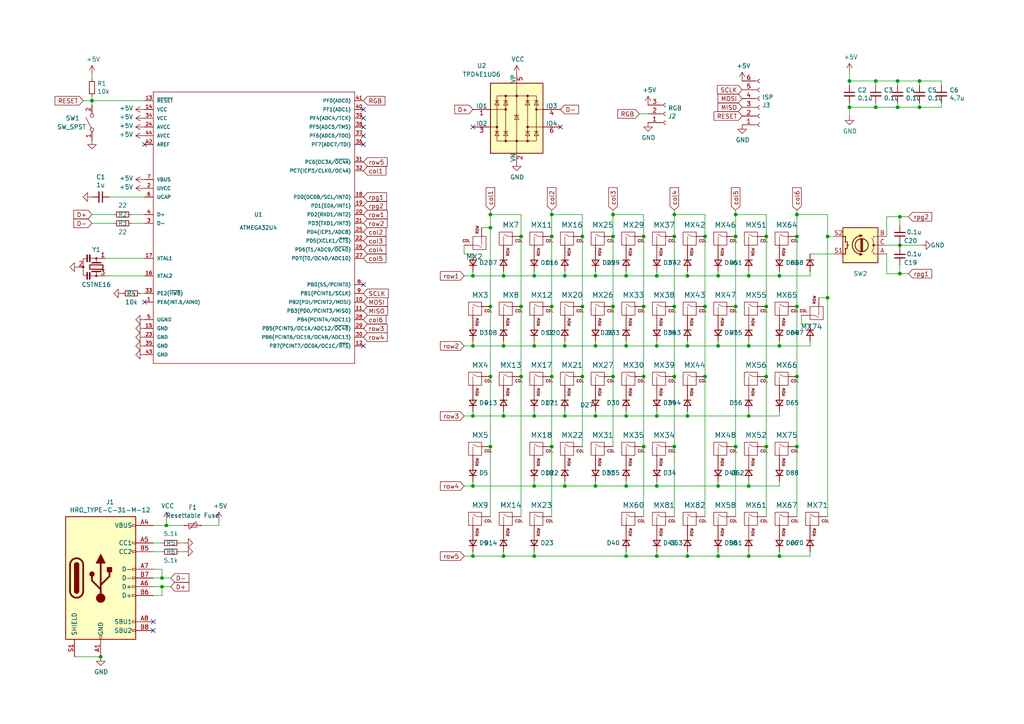
<source format=kicad_sch>
(kicad_sch (version 20211123) (generator eeschema)
  (paper "A4")
  (junction (at 222.25 68.58))
  (junction (at 146.05 100.33))
  (junction (at 168.91 88.9))
  (junction (at 154.94 161.29))
  (junction (at 199.39 161.29))
  (junction (at 142.24 66.04))
  (junction (at 146.05 80.01))
  (junction (at 186.69 109.22))
  (junction (at 222.25 129.54))
  (junction (at 29.21 190.5))
  (junction (at 146.05 161.29))
  (junction (at 199.39 80.01))
  (junction (at 190.5 140.97))
  (junction (at 172.72 80.01))
  (junction (at 160.02 62.23))
  (junction (at 142.24 62.23))
  (junction (at 154.94 80.01))
  (junction (at 217.17 100.33))
  (junction (at 46.99 170.18))
  (junction (at 260.985 79.375))
  (junction (at 48.26 152.4))
  (junction (at 181.61 161.29))
  (junction (at 208.28 100.33))
  (junction (at 146.05 120.65))
  (junction (at 231.14 88.9))
  (junction (at 217.17 140.97))
  (junction (at 142.24 88.9))
  (junction (at 208.28 140.97))
  (junction (at 26.67 29.21))
  (junction (at 266.7 23.495))
  (junction (at 254 31.115))
  (junction (at 208.28 161.29))
  (junction (at 260.985 62.865))
  (junction (at 260.35 31.115))
  (junction (at 163.83 120.65))
  (junction (at 168.91 109.22))
  (junction (at 246.38 23.495))
  (junction (at 137.16 80.01))
  (junction (at 177.8 88.9))
  (junction (at 195.58 68.58))
  (junction (at 160.02 109.22))
  (junction (at 142.24 129.54))
  (junction (at 240.03 86.36))
  (junction (at 195.58 62.23))
  (junction (at 195.58 129.54))
  (junction (at 186.69 68.58))
  (junction (at 260.35 23.495))
  (junction (at 137.16 100.33))
  (junction (at 154.94 140.97))
  (junction (at 266.7 31.115))
  (junction (at 260.985 71.12))
  (junction (at 213.36 62.23))
  (junction (at 222.25 88.9))
  (junction (at 231.14 109.22))
  (junction (at 181.61 80.01))
  (junction (at 177.8 68.58))
  (junction (at 231.14 68.58))
  (junction (at 172.72 120.65))
  (junction (at 231.14 129.54))
  (junction (at 208.28 80.01))
  (junction (at 199.39 120.65))
  (junction (at 213.36 68.58))
  (junction (at 168.91 68.58))
  (junction (at 231.14 62.23))
  (junction (at 154.94 120.65))
  (junction (at 213.36 88.9))
  (junction (at 195.58 109.22))
  (junction (at 181.61 140.97))
  (junction (at 177.8 109.22))
  (junction (at 151.13 109.22))
  (junction (at 151.13 88.9))
  (junction (at 137.16 120.65))
  (junction (at 163.83 100.33))
  (junction (at 204.47 68.58))
  (junction (at 151.13 68.58))
  (junction (at 137.16 140.97))
  (junction (at 199.39 100.33))
  (junction (at 190.5 120.65))
  (junction (at 163.83 140.97))
  (junction (at 160.02 129.54))
  (junction (at 172.72 140.97))
  (junction (at 226.06 80.01))
  (junction (at 213.36 129.54))
  (junction (at 190.5 100.33))
  (junction (at 160.02 88.9))
  (junction (at 142.24 109.22))
  (junction (at 186.69 88.9))
  (junction (at 240.03 68.58))
  (junction (at 226.06 161.29))
  (junction (at 254 23.495))
  (junction (at 172.72 100.33))
  (junction (at 217.17 120.65))
  (junction (at 222.25 109.22))
  (junction (at 163.83 80.01))
  (junction (at 181.61 100.33))
  (junction (at 190.5 80.01))
  (junction (at 160.02 68.58))
  (junction (at 226.06 100.33))
  (junction (at 186.69 129.54))
  (junction (at 46.99 167.64))
  (junction (at 204.47 109.22))
  (junction (at 137.16 161.29))
  (junction (at 195.58 88.9))
  (junction (at 181.61 120.65))
  (junction (at 246.38 31.115))
  (junction (at 177.8 62.23))
  (junction (at 217.17 80.01))
  (junction (at 217.17 161.29))
  (junction (at 190.5 161.29))
  (junction (at 204.47 88.9))
  (junction (at 154.94 100.33))
  (no_connect (at 44.45 182.88))
  (no_connect (at 137.16 36.83))
  (no_connect (at 44.45 180.34))
  (no_connect (at 162.56 36.83))
  (no_connect (at 41.91 41.91))
  (no_connect (at 41.91 87.63))
  (no_connect (at 105.41 34.29))
  (no_connect (at 105.41 82.55))
  (no_connect (at 105.41 100.33))
  (no_connect (at 105.41 41.91))
  (no_connect (at 105.41 39.37))
  (no_connect (at 105.41 36.83))
  (no_connect (at 105.41 31.75))
  (wire (pts (xy 254 31.115) (xy 246.38 31.115)))
  (wire (pts (xy 151.13 109.22) (xy 151.13 149.86)))
  (wire (pts (xy 226.06 78.74) (xy 226.06 80.01)))
  (wire (pts (xy 204.47 109.22) (xy 204.47 149.86)))
  (wire (pts (xy 186.69 109.22) (xy 186.69 129.54)))
  (wire (pts (xy 26.67 21.59) (xy 26.67 22.86)))
  (wire (pts (xy 222.25 129.54) (xy 222.25 149.86)))
  (wire (pts (xy 195.58 88.9) (xy 195.58 109.22)))
  (wire (pts (xy 154.94 78.74) (xy 154.94 80.01)))
  (wire (pts (xy 142.24 62.23) (xy 151.13 62.23)))
  (wire (pts (xy 266.7 31.115) (xy 260.35 31.115)))
  (wire (pts (xy 134.62 100.33) (xy 137.16 100.33)))
  (wire (pts (xy 226.06 80.01) (xy 234.95 80.01)))
  (wire (pts (xy 231.14 129.54) (xy 231.14 149.86)))
  (wire (pts (xy 137.16 119.38) (xy 137.16 120.65)))
  (wire (pts (xy 172.72 120.65) (xy 181.61 120.65)))
  (wire (pts (xy 260.985 71.12) (xy 260.985 70.485)))
  (wire (pts (xy 172.72 119.38) (xy 172.72 120.65)))
  (wire (pts (xy 231.14 62.23) (xy 231.14 68.58)))
  (wire (pts (xy 195.58 62.23) (xy 195.58 68.58)))
  (wire (pts (xy 231.14 60.96) (xy 231.14 62.23)))
  (wire (pts (xy 181.61 139.7) (xy 181.61 140.97)))
  (wire (pts (xy 137.16 161.29) (xy 146.05 161.29)))
  (wire (pts (xy 163.83 80.01) (xy 172.72 80.01)))
  (wire (pts (xy 142.24 88.9) (xy 142.24 109.22)))
  (wire (pts (xy 208.28 160.02) (xy 208.28 161.29)))
  (wire (pts (xy 154.94 99.06) (xy 154.94 100.33)))
  (wire (pts (xy 146.05 80.01) (xy 154.94 80.01)))
  (wire (pts (xy 222.25 68.58) (xy 222.25 88.9)))
  (wire (pts (xy 137.16 160.02) (xy 137.16 161.29)))
  (wire (pts (xy 217.17 139.7) (xy 217.17 140.97)))
  (wire (pts (xy 199.39 120.65) (xy 217.17 120.65)))
  (wire (pts (xy 63.5 152.4) (xy 58.42 152.4)))
  (wire (pts (xy 142.24 129.54) (xy 142.24 149.86)))
  (wire (pts (xy 146.05 160.02) (xy 146.05 161.29)))
  (wire (pts (xy 213.36 62.23) (xy 222.25 62.23)))
  (wire (pts (xy 177.8 68.58) (xy 177.8 88.9)))
  (wire (pts (xy 146.05 161.29) (xy 154.94 161.29)))
  (wire (pts (xy 222.25 109.22) (xy 222.25 129.54)))
  (wire (pts (xy 146.05 99.06) (xy 146.05 100.33)))
  (wire (pts (xy 134.62 140.97) (xy 137.16 140.97)))
  (wire (pts (xy 213.36 60.96) (xy 213.36 62.23)))
  (wire (pts (xy 142.24 62.23) (xy 142.24 66.04)))
  (wire (pts (xy 163.83 119.38) (xy 163.83 120.65)))
  (wire (pts (xy 231.14 109.22) (xy 231.14 129.54)))
  (wire (pts (xy 222.25 88.9) (xy 222.25 109.22)))
  (wire (pts (xy 263.525 62.865) (xy 260.985 62.865)))
  (wire (pts (xy 160.02 129.54) (xy 160.02 149.86)))
  (wire (pts (xy 226.06 100.33) (xy 234.95 100.33)))
  (wire (pts (xy 26.67 64.77) (xy 33.02 64.77)))
  (wire (pts (xy 154.94 120.65) (xy 146.05 120.65)))
  (wire (pts (xy 21.59 190.5) (xy 29.21 190.5)))
  (wire (pts (xy 160.02 88.9) (xy 160.02 109.22)))
  (wire (pts (xy 137.16 139.7) (xy 137.16 140.97)))
  (wire (pts (xy 208.28 140.97) (xy 217.17 140.97)))
  (wire (pts (xy 46.99 170.18) (xy 49.53 170.18)))
  (wire (pts (xy 142.24 109.22) (xy 142.24 129.54)))
  (wire (pts (xy 26.67 29.21) (xy 24.13 29.21)))
  (wire (pts (xy 160.02 68.58) (xy 160.02 88.9)))
  (wire (pts (xy 160.02 62.23) (xy 160.02 68.58)))
  (wire (pts (xy 172.72 78.74) (xy 172.72 80.01)))
  (wire (pts (xy 260.35 31.115) (xy 260.35 29.845)))
  (wire (pts (xy 46.99 172.72) (xy 44.45 172.72)))
  (wire (pts (xy 204.47 88.9) (xy 204.47 109.22)))
  (wire (pts (xy 226.06 161.29) (xy 234.95 161.29)))
  (wire (pts (xy 134.62 80.01) (xy 137.16 80.01)))
  (wire (pts (xy 163.83 99.06) (xy 163.83 100.33)))
  (wire (pts (xy 44.45 165.1) (xy 46.99 165.1)))
  (wire (pts (xy 41.91 85.09) (xy 40.64 85.09)))
  (wire (pts (xy 134.62 120.65) (xy 137.16 120.65)))
  (wire (pts (xy 190.5 160.02) (xy 190.5 161.29)))
  (wire (pts (xy 190.5 78.74) (xy 190.5 80.01)))
  (wire (pts (xy 53.34 160.02) (xy 52.07 160.02)))
  (wire (pts (xy 240.03 68.58) (xy 240.03 86.36)))
  (wire (pts (xy 195.58 68.58) (xy 195.58 88.9)))
  (wire (pts (xy 48.26 152.4) (xy 48.26 151.13)))
  (wire (pts (xy 208.28 139.7) (xy 208.28 140.97)))
  (wire (pts (xy 151.13 68.58) (xy 151.13 88.9)))
  (wire (pts (xy 232.41 93.98) (xy 234.95 93.98)))
  (wire (pts (xy 234.95 161.29) (xy 234.95 160.02)))
  (wire (pts (xy 44.45 170.18) (xy 46.99 170.18)))
  (wire (pts (xy 234.95 78.74) (xy 234.95 80.01)))
  (wire (pts (xy 163.83 100.33) (xy 172.72 100.33)))
  (wire (pts (xy 260.35 23.495) (xy 260.35 24.765)))
  (wire (pts (xy 254 23.495) (xy 254 24.765)))
  (wire (pts (xy 237.49 86.36) (xy 240.03 86.36)))
  (wire (pts (xy 185.42 33.02) (xy 187.96 33.02)))
  (wire (pts (xy 217.17 160.02) (xy 217.17 161.29)))
  (wire (pts (xy 168.91 109.22) (xy 168.91 129.54)))
  (wire (pts (xy 217.17 80.01) (xy 226.06 80.01)))
  (wire (pts (xy 172.72 140.97) (xy 181.61 140.97)))
  (wire (pts (xy 26.67 30.48) (xy 26.67 29.21)))
  (wire (pts (xy 160.02 109.22) (xy 160.02 129.54)))
  (wire (pts (xy 246.38 24.765) (xy 246.38 23.495)))
  (wire (pts (xy 151.13 88.9) (xy 151.13 109.22)))
  (wire (pts (xy 190.5 100.33) (xy 199.39 100.33)))
  (wire (pts (xy 199.39 99.06) (xy 199.39 100.33)))
  (wire (pts (xy 137.16 140.97) (xy 154.94 140.97)))
  (wire (pts (xy 154.94 80.01) (xy 163.83 80.01)))
  (wire (pts (xy 146.05 100.33) (xy 154.94 100.33)))
  (wire (pts (xy 231.14 88.9) (xy 231.14 109.22)))
  (wire (pts (xy 134.62 73.66) (xy 137.16 73.66)))
  (wire (pts (xy 246.38 20.955) (xy 246.38 23.495)))
  (wire (pts (xy 181.61 140.97) (xy 190.5 140.97)))
  (wire (pts (xy 163.83 78.74) (xy 163.83 80.01)))
  (wire (pts (xy 163.83 140.97) (xy 172.72 140.97)))
  (wire (pts (xy 172.72 100.33) (xy 181.61 100.33)))
  (wire (pts (xy 273.05 29.845) (xy 273.05 31.115)))
  (wire (pts (xy 154.94 160.02) (xy 154.94 161.29)))
  (wire (pts (xy 260.985 71.12) (xy 257.175 71.12)))
  (wire (pts (xy 53.34 157.48) (xy 52.07 157.48)))
  (wire (pts (xy 204.47 68.58) (xy 204.47 88.9)))
  (wire (pts (xy 41.91 29.21) (xy 26.67 29.21)))
  (wire (pts (xy 163.83 120.65) (xy 154.94 120.65)))
  (wire (pts (xy 190.5 120.65) (xy 199.39 120.65)))
  (wire (pts (xy 217.17 120.65) (xy 226.06 120.65)))
  (wire (pts (xy 46.99 157.48) (xy 44.45 157.48)))
  (wire (pts (xy 146.05 119.38) (xy 146.05 120.65)))
  (wire (pts (xy 260.985 79.375) (xy 260.985 76.835)))
  (wire (pts (xy 199.39 161.29) (xy 208.28 161.29)))
  (wire (pts (xy 154.94 161.29) (xy 181.61 161.29)))
  (wire (pts (xy 177.8 60.96) (xy 177.8 62.23)))
  (wire (pts (xy 257.175 73.66) (xy 257.175 79.375)))
  (wire (pts (xy 240.03 68.58) (xy 241.935 68.58)))
  (wire (pts (xy 186.69 129.54) (xy 186.69 149.86)))
  (wire (pts (xy 26.67 62.23) (xy 33.02 62.23)))
  (wire (pts (xy 139.7 66.04) (xy 142.24 66.04)))
  (wire (pts (xy 217.17 78.74) (xy 217.17 80.01)))
  (wire (pts (xy 181.61 160.02) (xy 181.61 161.29)))
  (wire (pts (xy 266.7 23.495) (xy 266.7 24.765)))
  (wire (pts (xy 46.99 167.64) (xy 49.53 167.64)))
  (wire (pts (xy 181.61 78.74) (xy 181.61 80.01)))
  (wire (pts (xy 208.28 99.06) (xy 208.28 100.33)))
  (wire (pts (xy 195.58 62.23) (xy 204.47 62.23)))
  (wire (pts (xy 134.62 161.29) (xy 137.16 161.29)))
  (wire (pts (xy 213.36 129.54) (xy 213.36 149.86)))
  (wire (pts (xy 273.05 23.495) (xy 273.05 24.765)))
  (wire (pts (xy 142.24 66.04) (xy 142.24 88.9)))
  (wire (pts (xy 217.17 119.38) (xy 217.17 120.65)))
  (wire (pts (xy 234.95 100.33) (xy 234.95 99.06)))
  (wire (pts (xy 213.36 62.23) (xy 213.36 68.58)))
  (wire (pts (xy 160.02 62.23) (xy 168.91 62.23)))
  (wire (pts (xy 246.38 31.115) (xy 246.38 29.845)))
  (wire (pts (xy 137.16 100.33) (xy 146.05 100.33)))
  (wire (pts (xy 172.72 99.06) (xy 172.72 100.33)))
  (wire (pts (xy 195.58 60.96) (xy 195.58 62.23)))
  (wire (pts (xy 190.5 139.7) (xy 190.5 140.97)))
  (wire (pts (xy 190.5 99.06) (xy 190.5 100.33)))
  (wire (pts (xy 204.47 62.23) (xy 204.47 68.58)))
  (wire (pts (xy 26.67 27.94) (xy 26.67 29.21)))
  (wire (pts (xy 217.17 140.97) (xy 226.06 140.97)))
  (wire (pts (xy 181.61 100.33) (xy 190.5 100.33)))
  (wire (pts (xy 226.06 119.38) (xy 226.06 120.65)))
  (wire (pts (xy 177.8 62.23) (xy 186.69 62.23)))
  (wire (pts (xy 232.41 91.44) (xy 232.41 93.98)))
  (wire (pts (xy 195.58 109.22) (xy 195.58 129.54)))
  (wire (pts (xy 217.17 99.06) (xy 217.17 100.33)))
  (wire (pts (xy 163.83 139.7) (xy 163.83 140.97)))
  (wire (pts (xy 30.48 74.93) (xy 41.91 74.93)))
  (wire (pts (xy 186.69 88.9) (xy 186.69 109.22)))
  (wire (pts (xy 44.45 160.02) (xy 46.99 160.02)))
  (wire (pts (xy 217.17 100.33) (xy 226.06 100.33)))
  (wire (pts (xy 266.7 23.495) (xy 273.05 23.495)))
  (wire (pts (xy 181.61 80.01) (xy 172.72 80.01)))
  (wire (pts (xy 46.99 167.64) (xy 44.45 167.64)))
  (wire (pts (xy 31.75 57.15) (xy 41.91 57.15)))
  (wire (pts (xy 260.985 62.865) (xy 260.985 65.405)))
  (wire (pts (xy 213.36 68.58) (xy 213.36 88.9)))
  (wire (pts (xy 154.94 140.97) (xy 163.83 140.97)))
  (wire (pts (xy 199.39 80.01) (xy 208.28 80.01)))
  (wire (pts (xy 273.05 31.115) (xy 266.7 31.115)))
  (wire (pts (xy 226.06 140.97) (xy 226.06 139.7)))
  (wire (pts (xy 181.61 161.29) (xy 190.5 161.29)))
  (wire (pts (xy 199.39 119.38) (xy 199.39 120.65)))
  (wire (pts (xy 234.95 73.66) (xy 241.935 73.66)))
  (wire (pts (xy 190.5 140.97) (xy 208.28 140.97)))
  (wire (pts (xy 30.48 80.01) (xy 41.91 80.01)))
  (wire (pts (xy 154.94 100.33) (xy 163.83 100.33)))
  (wire (pts (xy 260.985 71.12) (xy 260.985 71.755)))
  (wire (pts (xy 226.06 99.06) (xy 226.06 100.33)))
  (wire (pts (xy 213.36 88.9) (xy 213.36 129.54)))
  (wire (pts (xy 260.35 23.495) (xy 266.7 23.495)))
  (wire (pts (xy 257.175 68.58) (xy 257.175 62.865)))
  (wire (pts (xy 222.25 62.23) (xy 222.25 68.58)))
  (wire (pts (xy 177.8 109.22) (xy 177.8 129.54)))
  (wire (pts (xy 146.05 78.74) (xy 146.05 80.01)))
  (wire (pts (xy 240.03 86.36) (xy 240.03 149.86)))
  (wire (pts (xy 41.91 62.23) (xy 38.1 62.23)))
  (wire (pts (xy 181.61 120.65) (xy 190.5 120.65)))
  (wire (pts (xy 168.91 62.23) (xy 168.91 68.58)))
  (wire (pts (xy 186.69 68.58) (xy 186.69 88.9)))
  (wire (pts (xy 246.38 23.495) (xy 254 23.495)))
  (wire (pts (xy 142.24 60.96) (xy 142.24 62.23)))
  (wire (pts (xy 163.83 120.65) (xy 172.72 120.65)))
  (wire (pts (xy 177.8 88.9) (xy 177.8 109.22)))
  (wire (pts (xy 137.16 120.65) (xy 146.05 120.65)))
  (wire (pts (xy 137.16 78.74) (xy 137.16 80.01)))
  (wire (pts (xy 46.99 170.18) (xy 46.99 172.72)))
  (wire (pts (xy 190.5 119.38) (xy 190.5 120.65)))
  (wire (pts (xy 53.34 152.4) (xy 48.26 152.4)))
  (wire (pts (xy 199.39 78.74) (xy 199.39 80.01)))
  (wire (pts (xy 257.175 62.865) (xy 260.985 62.865)))
  (wire (pts (xy 48.26 152.4) (xy 44.45 152.4)))
  (wire (pts (xy 186.69 62.23) (xy 186.69 68.58)))
  (wire (pts (xy 226.06 160.02) (xy 226.06 161.29)))
  (wire (pts (xy 181.61 99.06) (xy 181.61 100.33)))
  (wire (pts (xy 181.61 119.38) (xy 181.61 120.65)))
  (wire (pts (xy 266.7 31.115) (xy 266.7 29.845)))
  (wire (pts (xy 195.58 129.54) (xy 195.58 149.86)))
  (wire (pts (xy 181.61 80.01) (xy 190.5 80.01)))
  (wire (pts (xy 168.91 88.9) (xy 168.91 109.22)))
  (wire (pts (xy 260.35 31.115) (xy 254 31.115)))
  (wire (pts (xy 208.28 80.01) (xy 217.17 80.01)))
  (wire (pts (xy 246.38 33.655) (xy 246.38 31.115)))
  (wire (pts (xy 134.62 71.12) (xy 134.62 73.66)))
  (wire (pts (xy 41.91 64.77) (xy 38.1 64.77)))
  (wire (pts (xy 177.8 62.23) (xy 177.8 68.58)))
  (wire (pts (xy 257.175 79.375) (xy 260.985 79.375)))
  (wire (pts (xy 254 23.495) (xy 260.35 23.495)))
  (wire (pts (xy 137.16 99.06) (xy 137.16 100.33)))
  (wire (pts (xy 151.13 62.23) (xy 151.13 68.58)))
  (wire (pts (xy 168.91 68.58) (xy 168.91 88.9)))
  (wire (pts (xy 208.28 78.74) (xy 208.28 80.01)))
  (wire (pts (xy 254 31.115) (xy 254 29.845)))
  (wire (pts (xy 137.16 80.01) (xy 146.05 80.01)))
  (wire (pts (xy 260.985 79.375) (xy 263.525 79.375)))
  (wire (pts (xy 199.39 100.33) (xy 208.28 100.33)))
  (wire (pts (xy 63.5 151.13) (xy 63.5 152.4)))
  (wire (pts (xy 154.94 139.7) (xy 154.94 140.97)))
  (wire (pts (xy 231.14 68.58) (xy 231.14 88.9)))
  (wire (pts (xy 231.14 62.23) (xy 240.03 62.23)))
  (wire (pts (xy 208.28 161.29) (xy 217.17 161.29)))
  (wire (pts (xy 217.17 161.29) (xy 226.06 161.29)))
  (wire (pts (xy 199.39 160.02) (xy 199.39 161.29)))
  (wire (pts (xy 154.94 119.38) (xy 154.94 120.65)))
  (wire (pts (xy 240.03 62.23) (xy 240.03 68.58)))
  (wire (pts (xy 208.28 100.33) (xy 217.17 100.33)))
  (wire (pts (xy 267.335 71.12) (xy 260.985 71.12)))
  (wire (pts (xy 160.02 60.96) (xy 160.02 62.23)))
  (wire (pts (xy 190.5 80.01) (xy 199.39 80.01)))
  (wire (pts (xy 46.99 165.1) (xy 46.99 167.64)))
  (wire (pts (xy 172.72 139.7) (xy 172.72 140.97)))
  (wire (pts (xy 190.5 161.29) (xy 199.39 161.29)))
  (global_label "MOSI" (shape input) (at 105.41 87.63 0) (property "Intersheet References" "${INTERSHEET_REFS}" (effects hide)))
  (global_label "RESET" (shape input) (at 215.265 33.655 180) (property "Intersheet References" "${INTERSHEET_REFS}" (effects hide)))
  (global_label "D+" (shape input) (at 49.53 170.18 0) (property "Intersheet References" "${INTERSHEET_REFS}" (effects hide)))
  (global_label "col6" (shape input) (at 231.14 60.96 90) (property "Intersheet References" "${INTERSHEET_REFS}" (effects hide)))
  (global_label "row5" (shape input) (at 105.41 46.99 0) (property "Intersheet References" "${INTERSHEET_REFS}" (effects hide)))
  (global_label "row2" (shape input) (at 134.62 100.33 180) (property "Intersheet References" "${INTERSHEET_REFS}" (effects hide)))
  (global_label "col5" (shape input) (at 105.41 74.93 0) (property "Intersheet References" "${INTERSHEET_REFS}" (effects hide)))
  (global_label "MISO" (shape input) (at 105.41 90.17 0) (property "Intersheet References" "${INTERSHEET_REFS}" (effects hide)))
  (global_label "D-" (shape input) (at 26.67 64.77 180) (property "Intersheet References" "${INTERSHEET_REFS}" (effects hide)))
  (global_label "col4" (shape input) (at 105.41 72.39 0) (property "Intersheet References" "${INTERSHEET_REFS}" (effects hide)))
  (global_label "RGB" (shape input) (at 185.42 33.02 180) (property "Intersheet References" "${INTERSHEET_REFS}" (effects hide)))
  (global_label "row3" (shape input) (at 105.41 95.25 0) (property "Intersheet References" "${INTERSHEET_REFS}" (effects hide)))
  (global_label "D+" (shape input) (at 26.67 62.23 180) (property "Intersheet References" "${INTERSHEET_REFS}" (effects hide)))
  (global_label "row1" (shape input) (at 105.41 62.23 0) (property "Intersheet References" "${INTERSHEET_REFS}" (effects hide)))
  (global_label "SCLK" (shape input) (at 215.265 26.035 180) (property "Intersheet References" "${INTERSHEET_REFS}" (effects hide)))
  (global_label "row4" (shape input) (at 134.62 140.97 180) (property "Intersheet References" "${INTERSHEET_REFS}" (effects hide)))
  (global_label "D+" (shape input) (at 137.16 31.75 180) (property "Intersheet References" "${INTERSHEET_REFS}" (effects hide)))
  (global_label "col6" (shape input) (at 105.41 92.71 0) (property "Intersheet References" "${INTERSHEET_REFS}" (effects hide)))
  (global_label "rpg1" (shape input) (at 263.525 79.375 0) (property "Intersheet References" "${INTERSHEET_REFS}" (effects hide)))
  (global_label "col3" (shape input) (at 177.8 60.96 90) (property "Intersheet References" "${INTERSHEET_REFS}" (effects hide)))
  (global_label "row3" (shape input) (at 134.62 120.65 180) (property "Intersheet References" "${INTERSHEET_REFS}" (effects hide)))
  (global_label "SCLK" (shape input) (at 105.41 85.09 0) (property "Intersheet References" "${INTERSHEET_REFS}" (effects hide)))
  (global_label "RGB" (shape input) (at 105.41 29.21 0) (property "Intersheet References" "${INTERSHEET_REFS}" (effects hide)))
  (global_label "row2" (shape input) (at 105.41 64.77 0) (property "Intersheet References" "${INTERSHEET_REFS}" (effects hide)))
  (global_label "rpg2" (shape input) (at 263.525 62.865 0) (property "Intersheet References" "${INTERSHEET_REFS}" (effects hide)))
  (global_label "rpg1" (shape input) (at 105.41 57.15 0) (property "Intersheet References" "${INTERSHEET_REFS}" (effects hide)))
  (global_label "col1" (shape input) (at 105.41 49.53 0) (property "Intersheet References" "${INTERSHEET_REFS}" (effects hide)))
  (global_label "col4" (shape input) (at 195.58 60.96 90) (property "Intersheet References" "${INTERSHEET_REFS}" (effects hide)))
  (global_label "col2" (shape input) (at 160.02 60.96 90) (property "Intersheet References" "${INTERSHEET_REFS}" (effects hide)))
  (global_label "col1" (shape input) (at 142.24 60.96 90) (property "Intersheet References" "${INTERSHEET_REFS}" (effects hide)))
  (global_label "row5" (shape input) (at 134.62 161.29 180) (property "Intersheet References" "${INTERSHEET_REFS}" (effects hide)))
  (global_label "rpg2" (shape input) (at 105.41 59.69 0) (property "Intersheet References" "${INTERSHEET_REFS}" (effects hide)))
  (global_label "MOSI" (shape input) (at 215.265 28.575 180) (property "Intersheet References" "${INTERSHEET_REFS}" (effects hide)))
  (global_label "RESET" (shape input) (at 24.13 29.21 180) (property "Intersheet References" "${INTERSHEET_REFS}" (effects hide)))
  (global_label "D-" (shape input) (at 162.56 31.75 0) (property "Intersheet References" "${INTERSHEET_REFS}" (effects hide)))
  (global_label "MISO" (shape input) (at 215.265 31.115 180) (property "Intersheet References" "${INTERSHEET_REFS}" (effects hide)))
  (global_label "col3" (shape input) (at 105.41 69.85 0) (property "Intersheet References" "${INTERSHEET_REFS}" (effects hide)))
  (global_label "col5" (shape input) (at 213.36 60.96 90) (property "Intersheet References" "${INTERSHEET_REFS}" (effects hide)))
  (global_label "D-" (shape input) (at 49.53 167.64 0) (property "Intersheet References" "${INTERSHEET_REFS}" (effects hide)))
  (global_label "col2" (shape input) (at 105.41 67.31 0) (property "Intersheet References" "${INTERSHEET_REFS}" (effects hide)))
  (global_label "row1" (shape input) (at 134.62 80.01 180) (property "Intersheet References" "${INTERSHEET_REFS}" (effects hide)))
  (global_label "row4" (shape input) (at 105.41 97.79 0) (property "Intersheet References" "${INTERSHEET_REFS}" (effects hide)))
  (symbol (lib_id "ts52k-rescue:MX-NoLED-MX_Alps_Hybrid") (at 138.43 69.85 180) (unit 1)
    (property "Reference" "MX2" (at 137.5918 74.4474 0) (effects (font (size 1.524 1.524))))
    (property "Value" "MX-NoLED" (effects hide))
    (property "Footprint" "MX_Only:MXOnly-1.5U-NoLED" (effects hide))
  )
  (symbol (lib_id "Device:D_Small") (at 137.16 76.2 90) (unit 1)
    (property "Reference" "D2" (at 138.938 76.2 90) (effects (justify right)))
    (property "Value" "D" (effects hide))
    (property "Footprint" "Diode_SMD:D_SOD-123" (effects hide))
    (property "LCSC" "C84367" (effects hide))
  )
  (symbol (lib_id "ts52k-rescue:MX-NoLED-MX_Alps_Hybrid") (at 147.32 69.85 0) (unit 1)
    (property "Reference" "MX7" (at 148.1582 65.2526 0) (effects (font (size 1.524 1.524))))
    (property "Value" "MX-NoLED" (effects hide))
    (property "Footprint" "MX_Only:MXOnly-1U-NoLED" (effects hide))
  )
  (symbol (lib_id "Device:D_Small") (at 146.05 76.2 270) (unit 1)
    (property "Reference" "D7" (at 144.272 76.2 90) (effects (justify right)))
    (property "Value" "D" (effects hide))
    (property "Footprint" "Diode_SMD:D_SOD-123" (effects hide))
    (property "LCSC" "C84367" (effects hide))
  )
  (symbol (lib_id "ts52k-rescue:MX-NoLED-MX_Alps_Hybrid") (at 156.21 69.85 0) (unit 1)
    (property "Reference" "MX11" (at 157.0482 65.2526 0) (effects (font (size 1.524 1.524))))
    (property "Value" "MX-NoLED" (effects hide))
    (property "Footprint" "MX_Only:MXOnly-1U-NoLED" (effects hide))
  )
  (symbol (lib_id "Device:D_Small") (at 154.94 76.2 90) (unit 1)
    (property "Reference" "D11" (at 156.718 76.2 90) (effects (justify right)))
    (property "Value" "D" (effects hide))
    (property "Footprint" "Diode_SMD:D_SOD-123" (effects hide))
    (property "LCSC" "C84367" (effects hide))
  )
  (symbol (lib_id "ts52k-rescue:MX-NoLED-MX_Alps_Hybrid") (at 165.1 69.85 0) (unit 1)
    (property "Reference" "MX16" (at 165.9382 65.2526 0) (effects (font (size 1.524 1.524))))
    (property "Value" "MX-NoLED" (effects hide))
    (property "Footprint" "MX_Only:MXOnly-1U-NoLED" (effects hide))
  )
  (symbol (lib_id "Device:D_Small") (at 163.83 76.2 270) (unit 1)
    (property "Reference" "D16" (at 162.052 76.2 90) (effects (justify right)))
    (property "Value" "D" (effects hide))
    (property "Footprint" "Diode_SMD:D_SOD-123" (effects hide))
    (property "LCSC" "C84367" (effects hide))
  )
  (symbol (lib_id "ts52k-rescue:MX-NoLED-MX_Alps_Hybrid") (at 165.1 90.17 0) (unit 1)
    (property "Reference" "MX20" (at 165.9382 85.5726 0) (effects (font (size 1.524 1.524))))
    (property "Value" "MX-NoLED" (effects hide))
    (property "Footprint" "MX_Only:MXOnly-1U-NoLED" (effects hide))
  )
  (symbol (lib_id "Device:D_Small") (at 163.83 96.52 270) (unit 1)
    (property "Reference" "D20" (at 162.56 96.52 90) (effects (justify right)))
    (property "Value" "D" (effects hide))
    (property "Footprint" "Diode_SMD:D_SOD-123" (effects hide))
    (property "LCSC" "C84367" (effects hide))
  )
  (symbol (lib_id "ts52k-rescue:MX-NoLED-MX_Alps_Hybrid") (at 173.99 69.85 0) (unit 1)
    (property "Reference" "MX25" (at 174.8282 65.2526 0) (effects (font (size 1.524 1.524))))
    (property "Value" "MX-NoLED" (effects hide))
    (property "Footprint" "MX_Only:MXOnly-1U-NoLED" (effects hide))
  )
  (symbol (lib_id "Device:D_Small") (at 172.72 76.2 90) (unit 1)
    (property "Reference" "D25" (at 174.625 76.2 90) (effects (justify right)))
    (property "Value" "D" (effects hide))
    (property "Footprint" "Diode_SMD:D_SOD-123" (effects hide))
    (property "LCSC" "C84367" (effects hide))
  )
  (symbol (lib_id "ts52k-rescue:MX-NoLED-MX_Alps_Hybrid") (at 182.88 69.85 0) (unit 1)
    (property "Reference" "MX29" (at 183.7182 65.2526 0) (effects (font (size 1.524 1.524))))
    (property "Value" "MX-NoLED" (effects hide))
    (property "Footprint" "MX_Only:MXOnly-1U-NoLED" (effects hide))
  )
  (symbol (lib_id "Device:D_Small") (at 181.61 76.2 270) (unit 1)
    (property "Reference" "D29" (at 179.832 76.2 90) (effects (justify right)))
    (property "Value" "D" (effects hide))
    (property "Footprint" "Diode_SMD:D_SOD-123" (effects hide))
    (property "LCSC" "C84367" (effects hide))
  )
  (symbol (lib_id "ts52k-rescue:MX-NoLED-MX_Alps_Hybrid") (at 182.88 90.17 0) (unit 1)
    (property "Reference" "MX33" (at 183.7182 85.5726 0) (effects (font (size 1.524 1.524))))
    (property "Value" "MX-NoLED" (effects hide))
    (property "Footprint" "MX_Only:MXOnly-1U-NoLED" (effects hide))
  )
  (symbol (lib_id "Device:D_Small") (at 181.61 96.52 270) (unit 1)
    (property "Reference" "D33" (at 179.832 96.52 90) (effects (justify right)))
    (property "Value" "D" (effects hide))
    (property "Footprint" "Diode_SMD:D_SOD-123" (effects hide))
    (property "LCSC" "C84367" (effects hide))
  )
  (symbol (lib_id "ts52k-rescue:MX-NoLED-MX_Alps_Hybrid") (at 191.77 69.85 0) (unit 1)
    (property "Reference" "MX37" (at 192.6082 65.2526 0) (effects (font (size 1.524 1.524))))
    (property "Value" "MX-NoLED" (effects hide))
    (property "Footprint" "MX_Only:MXOnly-1U-NoLED" (effects hide))
  )
  (symbol (lib_id "Device:D_Small") (at 190.5 76.2 90) (unit 1)
    (property "Reference" "D37" (at 192.278 76.2 90) (effects (justify right)))
    (property "Value" "D" (effects hide))
    (property "Footprint" "Diode_SMD:D_SOD-123" (effects hide))
    (property "LCSC" "C84367" (effects hide))
  )
  (symbol (lib_id "ts52k-rescue:MX-NoLED-MX_Alps_Hybrid") (at 200.66 69.85 0) (unit 1)
    (property "Reference" "MX42" (at 201.4982 65.2526 0) (effects (font (size 1.524 1.524))))
    (property "Value" "MX-NoLED" (effects hide))
    (property "Footprint" "MX_Only:MXOnly-1U-NoLED" (effects hide))
  )
  (symbol (lib_id "Device:D_Small") (at 199.39 76.2 270) (unit 1)
    (property "Reference" "D42" (at 197.612 76.2 90) (effects (justify right)))
    (property "Value" "D" (effects hide))
    (property "Footprint" "Diode_SMD:D_SOD-123" (effects hide))
    (property "LCSC" "C84367" (effects hide))
  )
  (symbol (lib_id "ts52k-rescue:MX-NoLED-MX_Alps_Hybrid") (at 209.55 69.85 0) (unit 1)
    (property "Reference" "MX46" (at 210.3882 65.2526 0) (effects (font (size 1.524 1.524))))
    (property "Value" "MX-NoLED" (effects hide))
    (property "Footprint" "MX_Only:MXOnly-1U-NoLED" (effects hide))
  )
  (symbol (lib_id "Device:D_Small") (at 208.28 76.2 90) (unit 1)
    (property "Reference" "D46" (at 210.058 76.2 90) (effects (justify right)))
    (property "Value" "D" (effects hide))
    (property "Footprint" "Diode_SMD:D_SOD-123" (effects hide))
    (property "LCSC" "C84367" (effects hide))
  )
  (symbol (lib_id "ts52k-rescue:MX-NoLED-MX_Alps_Hybrid") (at 218.44 69.85 0) (unit 1)
    (property "Reference" "MX51" (at 219.2782 65.2526 0) (effects (font (size 1.524 1.524))))
    (property "Value" "MX-NoLED" (effects hide))
    (property "Footprint" "MX_Only:MXOnly-1U-NoLED" (effects hide))
  )
  (symbol (lib_id "Device:D_Small") (at 217.17 76.2 270) (unit 1)
    (property "Reference" "D51" (at 215.392 76.2 90) (effects (justify right)))
    (property "Value" "D" (effects hide))
    (property "Footprint" "Diode_SMD:D_SOD-123" (effects hide))
    (property "LCSC" "C84367" (effects hide))
  )
  (symbol (lib_id "ts52k-rescue:MX-NoLED-MX_Alps_Hybrid") (at 218.44 90.17 0) (unit 1)
    (property "Reference" "MX55" (at 219.2782 85.5726 0) (effects (font (size 1.524 1.524))))
    (property "Value" "MX-NoLED" (effects hide))
    (property "Footprint" "MX_Only:MXOnly-1U-NoLED" (effects hide))
  )
  (symbol (lib_id "Device:D_Small") (at 217.17 96.52 270) (unit 1)
    (property "Reference" "D55" (at 215.392 96.52 90) (effects (justify right)))
    (property "Value" "D" (effects hide))
    (property "Footprint" "Diode_SMD:D_SOD-123" (effects hide))
    (property "LCSC" "C84367" (effects hide))
  )
  (symbol (lib_id "ts52k-rescue:MX-NoLED-MX_Alps_Hybrid") (at 227.33 69.85 0) (unit 1)
    (property "Reference" "MX64" (at 228.1682 65.2526 0) (effects (font (size 1.524 1.524))))
    (property "Value" "MX-NoLED" (effects hide))
    (property "Footprint" "MX_Only:MXOnly-1.5U-NoLED" (effects hide))
  )
  (symbol (lib_id "Device:D_Small") (at 226.06 76.2 90) (unit 1)
    (property "Reference" "D63" (at 227.838 76.2 90) (effects (justify right)))
    (property "Value" "D" (effects hide))
    (property "Footprint" "Diode_SMD:D_SOD-123" (effects hide))
    (property "LCSC" "C84367" (effects hide))
  )
  (symbol (lib_id "Device:D_Small") (at 234.95 76.2 270) (unit 1)
    (property "Reference" "D68" (at 233.172 76.2 90) (effects (justify right)))
    (property "Value" "D" (effects hide))
    (property "Footprint" "Diode_SMD:D_SOD-123" (effects hide))
    (property "LCSC" "C84367" (effects hide))
  )
  (symbol (lib_id "ts52k-rescue:MX-NoLED-MX_Alps_Hybrid") (at 138.43 90.17 0) (unit 1)
    (property "Reference" "MX3" (at 139.2682 85.5726 0) (effects (font (size 1.524 1.524))))
    (property "Value" "MX-NoLED" (effects hide))
    (property "Footprint" "MX_Only:MXOnly-1.75U-NoLED" (effects hide))
  )
  (symbol (lib_id "Device:D_Small") (at 137.16 96.52 90) (unit 1)
    (property "Reference" "D3" (at 138.938 96.52 90) (effects (justify right)))
    (property "Value" "D" (effects hide))
    (property "Footprint" "Diode_SMD:D_SOD-123" (effects hide))
    (property "LCSC" "C84367" (effects hide))
  )
  (symbol (lib_id "ts52k-rescue:MX-NoLED-MX_Alps_Hybrid") (at 147.32 90.17 0) (unit 1)
    (property "Reference" "MX8" (at 148.1582 85.5726 0) (effects (font (size 1.524 1.524))))
    (property "Value" "MX-NoLED" (effects hide))
    (property "Footprint" "MX_Only:MXOnly-1U-NoLED" (effects hide))
  )
  (symbol (lib_id "Device:D_Small") (at 146.05 96.52 270) (unit 1)
    (property "Reference" "D8" (at 144.272 96.52 90) (effects (justify right)))
    (property "Value" "D" (effects hide))
    (property "Footprint" "Diode_SMD:D_SOD-123" (effects hide))
    (property "LCSC" "C84367" (effects hide))
  )
  (symbol (lib_id "ts52k-rescue:MX-NoLED-MX_Alps_Hybrid") (at 156.21 90.17 0) (unit 1)
    (property "Reference" "MX12" (at 157.0482 85.5726 0) (effects (font (size 1.524 1.524))))
    (property "Value" "MX-NoLED" (effects hide))
    (property "Footprint" "MX_Only:MXOnly-1U-NoLED" (effects hide))
  )
  (symbol (lib_id "Device:D_Small") (at 154.94 96.52 90) (unit 1)
    (property "Reference" "D12" (at 156.718 96.52 90) (effects (justify right)))
    (property "Value" "D" (effects hide))
    (property "Footprint" "Diode_SMD:D_SOD-123" (effects hide))
    (property "LCSC" "C84367" (effects hide))
  )
  (symbol (lib_id "ts52k-rescue:MX-NoLED-MX_Alps_Hybrid") (at 156.21 110.49 0) (unit 1)
    (property "Reference" "MX17" (at 157.0482 105.8926 0) (effects (font (size 1.524 1.524))))
    (property "Value" "MX-NoLED" (effects hide))
    (property "Footprint" "MX_Only:MXOnly-1U-NoLED" (effects hide))
  )
  (symbol (lib_id "Device:D_Small") (at 154.94 116.84 90) (unit 1)
    (property "Reference" "D17" (at 156.718 116.84 90) (effects (justify right)))
    (property "Value" "D" (effects hide))
    (property "Footprint" "Diode_SMD:D_SOD-123" (effects hide))
    (property "LCSC" "C84367" (effects hide))
  )
  (symbol (lib_id "ts52k-rescue:MX-NoLED-MX_Alps_Hybrid") (at 165.1 110.49 0) (unit 1)
    (property "Reference" "MX21" (at 165.9382 105.8926 0) (effects (font (size 1.524 1.524))))
    (property "Value" "MX-NoLED" (effects hide))
    (property "Footprint" "MX_Only:MXOnly-1U-NoLED" (effects hide))
  )
  (symbol (lib_id "Device:D_Small") (at 163.83 116.84 270) (unit 1)
    (property "Reference" "D21" (at 162.052 116.84 90) (effects (justify right)))
    (property "Value" "D" (effects hide))
    (property "Footprint" "Diode_SMD:D_SOD-123" (effects hide))
    (property "LCSC" "C84367" (effects hide))
  )
  (symbol (lib_id "ts52k-rescue:MX-NoLED-MX_Alps_Hybrid") (at 173.99 90.17 0) (unit 1)
    (property "Reference" "MX26" (at 174.8282 85.5726 0) (effects (font (size 1.524 1.524))))
    (property "Value" "MX-NoLED" (effects hide))
    (property "Footprint" "MX_Only:MXOnly-1U-NoLED" (effects hide))
  )
  (symbol (lib_id "Device:D_Small") (at 172.72 96.52 90) (unit 1)
    (property "Reference" "D26" (at 173.99 96.52 90) (effects (justify right)))
    (property "Value" "D" (effects hide))
    (property "Footprint" "Diode_SMD:D_SOD-123" (effects hide))
    (property "LCSC" "C84367" (effects hide))
  )
  (symbol (lib_id "ts52k-rescue:MX-NoLED-MX_Alps_Hybrid") (at 182.88 110.49 0) (unit 1)
    (property "Reference" "MX30" (at 183.7182 105.8926 0) (effects (font (size 1.524 1.524))))
    (property "Value" "MX-NoLED" (effects hide))
    (property "Footprint" "MX_Only:MXOnly-1U-NoLED" (effects hide))
  )
  (symbol (lib_id "Device:D_Small") (at 181.61 116.84 270) (unit 1)
    (property "Reference" "D30" (at 179.832 116.84 90) (effects (justify right)))
    (property "Value" "D" (effects hide))
    (property "Footprint" "Diode_SMD:D_SOD-123" (effects hide))
    (property "LCSC" "C84367" (effects hide))
  )
  (symbol (lib_id "ts52k-rescue:MX-NoLED-MX_Alps_Hybrid") (at 191.77 130.81 0) (unit 1)
    (property "Reference" "MX34" (at 192.6082 126.2126 0) (effects (font (size 1.524 1.524))))
    (property "Value" "MX-NoLED" (effects hide))
    (property "Footprint" "MX_Only:MXOnly-1U-NoLED" (effects hide))
  )
  (symbol (lib_id "Device:D_Small") (at 190.5 137.16 90) (unit 1)
    (property "Reference" "D34" (at 192.278 137.16 90) (effects (justify right)))
    (property "Value" "D" (effects hide))
    (property "Footprint" "Diode_SMD:D_SOD-123" (effects hide))
    (property "LCSC" "C84367" (effects hide))
  )
  (symbol (lib_id "ts52k-rescue:MX-NoLED-MX_Alps_Hybrid") (at 191.77 90.17 0) (unit 1)
    (property "Reference" "MX38" (at 192.6082 85.5726 0) (effects (font (size 1.524 1.524))))
    (property "Value" "MX-NoLED" (effects hide))
    (property "Footprint" "MX_Only:MXOnly-1U-NoLED" (effects hide))
  )
  (symbol (lib_id "Device:D_Small") (at 190.5 96.52 90) (unit 1)
    (property "Reference" "D38" (at 192.278 96.52 90) (effects (justify right)))
    (property "Value" "D" (effects hide))
    (property "Footprint" "Diode_SMD:D_SOD-123" (effects hide))
    (property "LCSC" "C84367" (effects hide))
  )
  (symbol (lib_id "ts52k-rescue:MX-NoLED-MX_Alps_Hybrid") (at 200.66 90.17 0) (unit 1)
    (property "Reference" "MX43" (at 201.4982 85.5726 0) (effects (font (size 1.524 1.524))))
    (property "Value" "MX-NoLED" (effects hide))
    (property "Footprint" "MX_Only:MXOnly-1U-NoLED" (effects hide))
  )
  (symbol (lib_id "Device:D_Small") (at 199.39 96.52 270) (unit 1)
    (property "Reference" "D43" (at 197.612 96.52 90) (effects (justify right)))
    (property "Value" "D" (effects hide))
    (property "Footprint" "Diode_SMD:D_SOD-123" (effects hide))
    (property "LCSC" "C84367" (effects hide))
  )
  (symbol (lib_id "ts52k-rescue:MX-NoLED-MX_Alps_Hybrid") (at 209.55 90.17 0) (unit 1)
    (property "Reference" "MX47" (at 210.3882 85.5726 0) (effects (font (size 1.524 1.524))))
    (property "Value" "MX-NoLED" (effects hide))
    (property "Footprint" "MX_Only:MXOnly-1U-NoLED" (effects hide))
  )
  (symbol (lib_id "Device:D_Small") (at 208.28 96.52 90) (unit 1)
    (property "Reference" "D47" (at 210.058 96.52 90) (effects (justify right)))
    (property "Value" "D" (effects hide))
    (property "Footprint" "Diode_SMD:D_SOD-123" (effects hide))
    (property "LCSC" "C84367" (effects hide))
  )
  (symbol (lib_id "ts52k-rescue:MX-NoLED-MX_Alps_Hybrid") (at 218.44 130.81 0) (unit 1)
    (property "Reference" "MX52" (at 219.2782 126.2126 0) (effects (font (size 1.524 1.524))))
    (property "Value" "MX-NoLED" (effects hide))
    (property "Footprint" "MX_Only:MXOnly-1U-NoLED" (effects hide))
  )
  (symbol (lib_id "Device:D_Small") (at 217.17 137.16 270) (unit 1)
    (property "Reference" "D52" (at 215.9 137.16 90) (effects (justify right)))
    (property "Value" "D" (effects hide))
    (property "Footprint" "Diode_SMD:D_SOD-123" (effects hide))
    (property "LCSC" "C84367" (effects hide))
  )
  (symbol (lib_id "ts52k-rescue:MX-NoLED-MX_Alps_Hybrid") (at 218.44 110.49 0) (unit 1)
    (property "Reference" "MX56" (at 219.2782 105.8926 0) (effects (font (size 1.524 1.524))))
    (property "Value" "MX-NoLED" (effects hide))
    (property "Footprint" "MX_Only:MXOnly-1U-NoLED" (effects hide))
  )
  (symbol (lib_id "Device:D_Small") (at 217.17 116.84 270) (unit 1)
    (property "Reference" "D56" (at 215.392 116.84 90) (effects (justify right)))
    (property "Value" "D" (effects hide))
    (property "Footprint" "Diode_SMD:D_SOD-123" (effects hide))
    (property "LCSC" "C84367" (effects hide))
  )
  (symbol (lib_id "ts52k-rescue:MX-NoLED-MX_Alps_Hybrid") (at 227.33 90.17 0) (unit 1)
    (property "Reference" "MX65" (at 228.1682 85.5726 0) (effects (font (size 1.524 1.524))))
    (property "Value" "MX-NoLED" (effects hide))
    (property "Footprint" "MX_Only:MXOnly-2.25U-NoLED" (effects hide))
  )
  (symbol (lib_id "Device:D_Small") (at 226.06 96.52 90) (unit 1)
    (property "Reference" "D64" (at 227.838 96.52 90) (effects (justify right)))
    (property "Value" "D" (effects hide))
    (property "Footprint" "Diode_SMD:D_SOD-123" (effects hide))
    (property "LCSC" "C84367" (effects hide))
  )
  (symbol (lib_id "ts52k-rescue:MX-NoLED-MX_Alps_Hybrid") (at 182.88 151.13 0) (unit 1)
    (property "Reference" "MX60" (at 183.7182 146.5326 0) (effects (font (size 1.524 1.524))))
    (property "Value" "MX-NoLED" (effects hide))
    (property "Footprint" "MX_Only:MXOnly-2.75U-ReversedStabilizers-NoLED" (effects hide))
  )
  (symbol (lib_id "ts52k-rescue:MX-NoLED-MX_Alps_Hybrid") (at 138.43 110.49 0) (unit 1)
    (property "Reference" "MX4" (at 139.2682 105.8926 0) (effects (font (size 1.524 1.524))))
    (property "Value" "MX-NoLED" (effects hide))
    (property "Footprint" "MX_Only:MXOnly-2.25U-NoLED" (effects hide))
  )
  (symbol (lib_id "Device:D_Small") (at 137.16 116.84 90) (unit 1)
    (property "Reference" "D4" (at 138.938 116.84 90) (effects (justify right)))
    (property "Value" "D" (effects hide))
    (property "Footprint" "Diode_SMD:D_SOD-123" (effects hide))
    (property "LCSC" "C84367" (effects hide))
  )
  (symbol (lib_id "ts52k-rescue:MX-NoLED-MX_Alps_Hybrid") (at 138.43 151.13 0) (unit 1)
    (property "Reference" "MX9" (at 139.2682 146.5326 0) (effects (font (size 1.524 1.524))))
    (property "Value" "MX-NoLED" (effects hide))
    (property "Footprint" "MX_Only:MXOnly-1.25U-NoLED" (effects hide))
  )
  (symbol (lib_id "Device:D_Small") (at 137.16 157.48 90) (unit 1)
    (property "Reference" "D9" (at 138.938 157.48 90) (effects (justify right)))
    (property "Value" "D" (effects hide))
    (property "Footprint" "Diode_SMD:D_SOD-123" (effects hide))
    (property "LCSC" "C84367" (effects hide))
  )
  (symbol (lib_id "ts52k-rescue:MX-NoLED-MX_Alps_Hybrid") (at 147.32 110.49 0) (unit 1)
    (property "Reference" "MX13" (at 148.1582 105.8926 0) (effects (font (size 1.524 1.524))))
    (property "Value" "MX-NoLED" (effects hide))
    (property "Footprint" "MX_Only:MXOnly-1U-NoLED" (effects hide))
  )
  (symbol (lib_id "Device:D_Small") (at 146.05 116.84 270) (unit 1)
    (property "Reference" "D13" (at 144.272 116.84 90) (effects (justify right)))
    (property "Value" "D" (effects hide))
    (property "Footprint" "Diode_SMD:D_SOD-123" (effects hide))
    (property "LCSC" "C84367" (effects hide))
  )
  (symbol (lib_id "ts52k-rescue:MX-NoLED-MX_Alps_Hybrid") (at 156.21 130.81 0) (unit 1)
    (property "Reference" "MX18" (at 157.0482 126.2126 0) (effects (font (size 1.524 1.524))))
    (property "Value" "MX-NoLED" (effects hide))
    (property "Footprint" "MX_Only:MXOnly-1U-NoLED" (effects hide))
  )
  (symbol (lib_id "Device:D_Small") (at 154.94 137.16 90) (unit 1)
    (property "Reference" "D18" (at 156.718 137.16 90) (effects (justify right)))
    (property "Value" "D" (effects hide))
    (property "Footprint" "Diode_SMD:D_SOD-123" (effects hide))
    (property "LCSC" "C84367" (effects hide))
  )
  (symbol (lib_id "ts52k-rescue:MX-NoLED-MX_Alps_Hybrid") (at 165.1 130.81 0) (unit 1)
    (property "Reference" "MX22" (at 165.9382 126.2126 0) (effects (font (size 1.524 1.524))))
    (property "Value" "MX-NoLED" (effects hide))
    (property "Footprint" "MX_Only:MXOnly-1U-NoLED" (effects hide))
  )
  (symbol (lib_id "Device:D_Small") (at 163.83 137.16 270) (unit 1)
    (property "Reference" "D22" (at 162.052 137.16 90) (effects (justify right)))
    (property "Value" "D" (effects hide))
    (property "Footprint" "Diode_SMD:D_SOD-123" (effects hide))
    (property "LCSC" "C84367" (effects hide))
  )
  (symbol (lib_id "ts52k-rescue:MX-NoLED-MX_Alps_Hybrid") (at 173.99 110.49 0) (unit 1)
    (property "Reference" "MX27" (at 174.8282 105.8926 0) (effects (font (size 1.524 1.524))))
    (property "Value" "MX-NoLED" (effects hide))
    (property "Footprint" "MX_Only:MXOnly-1U-NoLED" (effects hide))
  )
  (symbol (lib_id "Device:D_Small") (at 172.72 116.84 90) (unit 1)
    (property "Reference" "D27" (at 168.275 117.475 90) (effects (justify right)))
    (property "Value" "D" (effects hide))
    (property "Footprint" "Diode_SMD:D_SOD-123" (effects hide))
    (property "LCSC" "C84367" (effects hide))
  )
  (symbol (lib_id "ts52k-rescue:MX-NoLED-MX_Alps_Hybrid") (at 173.99 130.81 0) (unit 1)
    (property "Reference" "MX31" (at 174.8282 126.2126 0) (effects (font (size 1.524 1.524))))
    (property "Value" "MX-NoLED" (effects hide))
    (property "Footprint" "MX_Only:MXOnly-1U-NoLED" (effects hide))
  )
  (symbol (lib_id "Device:D_Small") (at 172.72 137.16 90) (unit 1)
    (property "Reference" "D31" (at 174.498 137.16 90) (effects (justify right)))
    (property "Value" "D" (effects hide))
    (property "Footprint" "Diode_SMD:D_SOD-123" (effects hide))
    (property "LCSC" "C84367" (effects hide))
  )
  (symbol (lib_id "ts52k-rescue:MX-NoLED-MX_Alps_Hybrid") (at 182.88 130.81 0) (unit 1)
    (property "Reference" "MX35" (at 183.7182 126.2126 0) (effects (font (size 1.524 1.524))))
    (property "Value" "MX-NoLED" (effects hide))
    (property "Footprint" "MX_Only:MXOnly-1U-NoLED" (effects hide))
  )
  (symbol (lib_id "Device:D_Small") (at 181.61 137.16 270) (unit 1)
    (property "Reference" "D35" (at 179.832 137.16 90) (effects (justify right)))
    (property "Value" "D" (effects hide))
    (property "Footprint" "Diode_SMD:D_SOD-123" (effects hide))
    (property "LCSC" "C84367" (effects hide))
  )
  (symbol (lib_id "ts52k-rescue:MX-NoLED-MX_Alps_Hybrid") (at 191.77 110.49 0) (unit 1)
    (property "Reference" "MX39" (at 192.6082 105.8926 0) (effects (font (size 1.524 1.524))))
    (property "Value" "MX-NoLED" (effects hide))
    (property "Footprint" "MX_Only:MXOnly-1U-NoLED" (effects hide))
  )
  (symbol (lib_id "Device:D_Small") (at 190.5 116.84 90) (unit 1)
    (property "Reference" "D39" (at 192.278 116.84 90) (effects (justify right)))
    (property "Value" "D" (effects hide))
    (property "Footprint" "Diode_SMD:D_SOD-123" (effects hide))
    (property "LCSC" "C84367" (effects hide))
  )
  (symbol (lib_id "ts52k-rescue:MX-NoLED-MX_Alps_Hybrid") (at 200.66 110.49 0) (unit 1)
    (property "Reference" "MX44" (at 201.4982 105.8926 0) (effects (font (size 1.524 1.524))))
    (property "Value" "MX-NoLED" (effects hide))
    (property "Footprint" "MX_Only:MXOnly-1U-NoLED" (effects hide))
  )
  (symbol (lib_id "Device:D_Small") (at 199.39 116.84 270) (unit 1)
    (property "Reference" "D44" (at 197.612 116.84 90) (effects (justify right)))
    (property "Value" "D" (effects hide))
    (property "Footprint" "Diode_SMD:D_SOD-123" (effects hide))
    (property "LCSC" "C84367" (effects hide))
  )
  (symbol (lib_id "ts52k-rescue:MX-NoLED-MX_Alps_Hybrid") (at 209.55 130.81 0) (unit 1)
    (property "Reference" "MX48" (at 210.3882 126.2126 0) (effects (font (size 1.524 1.524))))
    (property "Value" "MX-NoLED" (effects hide))
    (property "Footprint" "MX_Only:MXOnly-1U-NoLED" (effects hide))
  )
  (symbol (lib_id "Device:D_Small") (at 208.28 137.16 90) (unit 1)
    (property "Reference" "D48" (at 210.058 137.16 90) (effects (justify right)))
    (property "Value" "D" (effects hide))
    (property "Footprint" "Diode_SMD:D_SOD-123" (effects hide))
    (property "LCSC" "C84367" (effects hide))
  )
  (symbol (lib_id "Device:D_Small") (at 199.39 157.48 270) (unit 1)
    (property "Reference" "D53" (at 198.12 157.48 90) (effects (justify right)))
    (property "Value" "D" (effects hide))
    (property "Footprint" "Diode_SMD:D_SOD-123" (effects hide))
    (property "LCSC" "C84367" (effects hide))
  )
  (symbol (lib_id "Device:D_Small") (at 217.17 157.48 270) (unit 1)
    (property "Reference" "D61" (at 215.392 157.48 90) (effects (justify right)))
    (property "Value" "D" (effects hide))
    (property "Footprint" "Diode_SMD:D_SOD-123" (effects hide))
    (property "LCSC" "C84367" (effects hide))
  )
  (symbol (lib_id "ts52k-rescue:MX-NoLED-MX_Alps_Hybrid") (at 227.33 110.49 0) (unit 1)
    (property "Reference" "MX66" (at 228.1682 105.8926 0) (effects (font (size 1.524 1.524))))
    (property "Value" "MX-NoLED" (effects hide))
    (property "Footprint" "MX_Only:MXOnly-1U-NoLED" (effects hide))
  )
  (symbol (lib_id "Device:D_Small") (at 226.06 116.84 90) (unit 1)
    (property "Reference" "D65" (at 227.838 116.84 90) (effects (justify right)))
    (property "Value" "D" (effects hide))
    (property "Footprint" "Diode_SMD:D_SOD-123" (effects hide))
    (property "LCSC" "C84367" (effects hide))
  )
  (symbol (lib_id "ts52k-rescue:MX-NoLED-MX_Alps_Hybrid") (at 236.22 151.13 0) (unit 1)
    (property "Reference" "MX71" (at 237.0582 146.5326 0) (effects (font (size 1.524 1.524))))
    (property "Value" "MX-NoLED" (effects hide))
    (property "Footprint" "MX_Only:MXOnly-1U-NoLED" (effects hide))
  )
  (symbol (lib_id "Device:D_Small") (at 234.95 157.48 270) (unit 1)
    (property "Reference" "D70" (at 233.172 157.48 90) (effects (justify right)))
    (property "Value" "D" (effects hide))
    (property "Footprint" "Diode_SMD:D_SOD-123" (effects hide))
    (property "LCSC" "C84367" (effects hide))
  )
  (symbol (lib_id "ts52k-rescue:MX-NoLED-MX_Alps_Hybrid") (at 218.44 151.13 0) (unit 1)
    (property "Reference" "MX61" (at 219.2782 146.5326 0) (effects (font (size 1.524 1.524))))
    (property "Value" "MX-NoLED" (effects hide))
    (property "Footprint" "MX_Only:MXOnly-1U-NoLED" (effects hide))
  )
  (symbol (lib_id "ts52k-rescue:MX-NoLED-MX_Alps_Hybrid") (at 138.43 130.81 0) (unit 1)
    (property "Reference" "MX5" (at 139.2682 126.2126 0) (effects (font (size 1.524 1.524))))
    (property "Value" "MX-NoLED" (effects hide))
    (property "Footprint" "MX_Only:MXOnly-1.25U-NoLED" (effects hide))
  )
  (symbol (lib_id "Device:D_Small") (at 137.16 137.16 90) (unit 1)
    (property "Reference" "D5" (at 138.938 137.16 90) (effects (justify right)))
    (property "Value" "D" (effects hide))
    (property "Footprint" "Diode_SMD:D_SOD-123" (effects hide))
    (property "LCSC" "C84367" (effects hide))
  )
  (symbol (lib_id "ts52k-rescue:MX-NoLED-MX_Alps_Hybrid") (at 147.32 151.13 0) (unit 1)
    (property "Reference" "MX14" (at 148.1582 146.5326 0) (effects (font (size 1.524 1.524))))
    (property "Value" "MX-NoLED" (effects hide))
    (property "Footprint" "MX_Only:MXOnly-1.25U-NoLED" (effects hide))
  )
  (symbol (lib_id "Device:D_Small") (at 146.05 157.48 270) (unit 1)
    (property "Reference" "D14" (at 144.272 157.48 90) (effects (justify right)))
    (property "Value" "D" (effects hide))
    (property "Footprint" "Diode_SMD:D_SOD-123" (effects hide))
    (property "LCSC" "C84367" (effects hide))
  )
  (symbol (lib_id "ts52k-rescue:MX-NoLED-MX_Alps_Hybrid") (at 156.21 151.13 0) (unit 1)
    (property "Reference" "MX23" (at 157.0482 146.5326 0) (effects (font (size 1.524 1.524))))
    (property "Value" "MX-NoLED" (effects hide))
    (property "Footprint" "MX_Only:MXOnly-3U-ReversedStabilizers-NoLED" (effects hide))
  )
  (symbol (lib_id "Device:D_Small") (at 154.94 157.48 90) (unit 1)
    (property "Reference" "D23" (at 156.718 157.48 90) (effects (justify right)))
    (property "Value" "D" (effects hide))
    (property "Footprint" "Diode_SMD:D_SOD-123" (effects hide))
    (property "LCSC" "C84367" (effects hide))
  )
  (symbol (lib_id "Device:D_Small") (at 181.61 157.48 270) (unit 1)
    (property "Reference" "D40" (at 179.832 157.48 90) (effects (justify right)))
    (property "Value" "D" (effects hide))
    (property "Footprint" "Diode_SMD:D_SOD-123" (effects hide))
    (property "LCSC" "C84367" (effects hide))
  )
  (symbol (lib_id "Device:D_Small") (at 190.5 157.48 90) (unit 1)
    (property "Reference" "D49" (at 192.278 157.48 90) (effects (justify right)))
    (property "Value" "D" (effects hide))
    (property "Footprint" "Diode_SMD:D_SOD-123" (effects hide))
    (property "LCSC" "C84367" (effects hide))
  )
  (symbol (lib_id "ts52k-rescue:MX-NoLED-MX_Alps_Hybrid") (at 209.55 151.13 0) (unit 1)
    (property "Reference" "MX58" (at 210.3882 146.5326 0) (effects (font (size 1.524 1.524))))
    (property "Value" "MX-NoLED" (effects hide))
    (property "Footprint" "MX_Only:MXOnly-1U-NoLED" (effects hide))
  )
  (symbol (lib_id "Device:D_Small") (at 208.28 157.48 90) (unit 1)
    (property "Reference" "D58" (at 210.058 157.48 90) (effects (justify right)))
    (property "Value" "D" (effects hide))
    (property "Footprint" "Diode_SMD:D_SOD-123" (effects hide))
    (property "LCSC" "C84367" (effects hide))
  )
  (symbol (lib_id "ts52k-rescue:MX-NoLED-MX_Alps_Hybrid") (at 227.33 151.13 0) (unit 1)
    (property "Reference" "MX67" (at 228.1682 146.5326 0) (effects (font (size 1.524 1.524))))
    (property "Value" "MX-NoLED" (effects hide))
    (property "Footprint" "MX_Only:MXOnly-1U-NoLED" (effects hide))
  )
  (symbol (lib_id "Device:D_Small") (at 226.06 157.48 90) (unit 1)
    (property "Reference" "D66" (at 227.838 157.48 90) (effects (justify right)))
    (property "Value" "D" (effects hide))
    (property "Footprint" "Diode_SMD:D_SOD-123" (effects hide))
    (property "LCSC" "C84367" (effects hide))
  )
  (symbol (lib_id "Power_Protection:SRV05-4") (at 149.86 34.29 0) (unit 1)
    (property "Reference" "U2" (at 139.7 19.05 0))
    (property "Value" "TPD4E1U06" (at 139.7 21.59 0))
    (property "Footprint" "Package_TO_SOT_SMD:SOT-363_SC-70-6" (effects hide))
    (property "Datasheet" "https://www.ti.com/lit/ds/symlink/tpd4e1u06.pdf" (effects hide))
    (property "MPN" "TPD4E1U06DBV" (effects hide))
    (property "LCSC" "C194628" (effects hide))
  )
  (symbol (lib_id "power:GND") (at 149.86 46.99 0) (unit 1)
    (property "Reference" "#PWR0128" (effects hide))
    (property "Value" "GND" (at 149.987 51.3842 0))
  )
  (symbol (lib_id "ts52k-rescue:MX-NoLED-MX_Alps_Hybrid") (at 236.22 90.17 180) (unit 1)
    (property "Reference" "MX74" (at 235.3818 94.7674 0) (effects (font (size 1.524 1.524))))
    (property "Value" "MX-NoLED" (effects hide))
    (property "Footprint" "MX_Only:MXOnly-1U-NoLED" (effects hide))
  )
  (symbol (lib_id "Device:D_Small") (at 234.95 96.52 270) (unit 1)
    (property "Reference" "D87" (at 233.172 96.52 90) (effects (justify right)))
    (property "Value" "D" (effects hide))
    (property "Footprint" "Diode_SMD:D_SOD-123" (effects hide))
    (property "LCSC" "C84367" (effects hide))
  )
  (symbol (lib_id "ts52k-rescue:MX-NoLED-MX_Alps_Hybrid") (at 227.33 130.81 0) (unit 1)
    (property "Reference" "MX75" (at 228.1682 126.2126 0) (effects (font (size 1.524 1.524))))
    (property "Value" "MX-NoLED" (effects hide))
    (property "Footprint" "MX_Only:MXOnly-1.75U-NoLED" (effects hide))
  )
  (symbol (lib_id "Device:D_Small") (at 226.06 137.16 90) (unit 1)
    (property "Reference" "D88" (at 227.838 137.16 90) (effects (justify right)))
    (property "Value" "D" (effects hide))
    (property "Footprint" "Diode_SMD:D_SOD-123" (effects hide))
    (property "LCSC" "C84367" (effects hide))
  )
  (symbol (lib_id "ts52k-rescue:MX-NoLED-MX_Alps_Hybrid") (at 191.77 151.13 0) (unit 1)
    (property "Reference" "MX81" (at 192.6082 146.5326 0) (effects (font (size 1.524 1.524))))
    (property "Value" "MX-NoLED" (effects hide))
    (property "Footprint" "MX_Only:MXOnly-1.25U-NoLED" (effects hide))
  )
  (symbol (lib_id "ts52k-rescue:MX-NoLED-MX_Alps_Hybrid") (at 200.66 151.13 0) (unit 1)
    (property "Reference" "MX82" (at 201.4982 146.5326 0) (effects (font (size 1.524 1.524))))
    (property "Value" "MX-NoLED" (effects hide))
    (property "Footprint" "MX_Only:MXOnly-1.25U-NoLED" (effects hide))
  )
  (symbol (lib_id "ts52k-rescue:MCU-ATMEGA32U4-AU_TQFP44_-OPL_Integrated_Circuit") (at 74.93 64.77 0) (unit 1)
    (property "Reference" "U1" (at 74.93 62.23 0) (effects (font (size 1.143 1.143))))
    (property "Value" "ATMEGA32U4" (at 74.93 66.04 0) (effects (font (size 1.143 1.143))))
    (property "Footprint" "Package_DFN_QFN:QFN-44-1EP_7x7mm_P0.5mm_EP5.2x5.2mm" (effects hide))
    (property "MPN" "ATMEGA32U4" (effects hide))
    (property "SKU" "310010010" (effects hide))
    (property "LCSC" "C44854" (effects hide))
  )
  (symbol (lib_id "Device:Resonator_Small") (at 27.94 77.47 270) (unit 1)
    (property "Reference" "Y1" (at 27.94 72.39 90))
    (property "Value" "CSTNE16" (at 27.94 82.55 90))
    (property "Footprint" "Crystal:Resonator_SMD_muRata_CSTxExxV-3Pin_3.0x1.1mm" (effects hide))
    (property "LCSC" "C341521" (effects hide))
    (property "MPN" "CSTNE16M0V530000R0" (effects hide))
  )
  (symbol (lib_id "power:GND") (at 22.86 77.47 270) (unit 1)
    (property "Reference" "#PWR0101" (effects hide))
    (property "Value" "GND" (effects hide))
  )
  (symbol (lib_id "power:GND") (at 41.91 102.87 270) (unit 1)
    (property "Reference" "#PWR0102" (effects hide))
    (property "Value" "GND" (effects hide))
  )
  (symbol (lib_id "power:GND") (at 41.91 100.33 270) (unit 1)
    (property "Reference" "#PWR0103" (effects hide))
    (property "Value" "GND" (effects hide))
  )
  (symbol (lib_id "power:GND") (at 41.91 97.79 270) (unit 1)
    (property "Reference" "#PWR0104" (effects hide))
    (property "Value" "GND" (effects hide))
  )
  (symbol (lib_id "power:GND") (at 41.91 95.25 270) (unit 1)
    (property "Reference" "#PWR0105" (effects hide))
    (property "Value" "GND" (effects hide))
  )
  (symbol (lib_id "power:GND") (at 41.91 92.71 270) (unit 1)
    (property "Reference" "#PWR0106" (effects hide))
    (property "Value" "GND" (effects hide))
  )
  (symbol (lib_id "Device:R_Small") (at 38.1 85.09 270) (unit 1)
    (property "Reference" "R4" (at 38.1 85.09 90))
    (property "Value" "10k" (at 38.1 87.63 90))
    (property "Footprint" "Resistor_SMD:R_0805_2012Metric" (effects hide))
    (property "LCSC" "C269742" (effects hide))
  )
  (symbol (lib_id "power:GND") (at 35.56 85.09 270) (unit 1)
    (property "Reference" "#PWR0107" (effects hide))
    (property "Value" "GND" (effects hide))
  )
  (symbol (lib_id "power:+5V") (at 41.91 52.07 90) (unit 1)
    (property "Reference" "#PWR0108" (effects hide))
    (property "Value" "+5V" (at 38.6588 51.689 90) (effects (justify left)))
  )
  (symbol (lib_id "power:+5V") (at 41.91 54.61 90) (unit 1)
    (property "Reference" "#PWR0109" (effects hide))
    (property "Value" "+5V" (at 38.6588 54.229 90) (effects (justify left)))
  )
  (symbol (lib_id "Device:C_Small") (at 29.21 57.15 270) (unit 1)
    (property "Reference" "C1" (at 29.21 51.3334 90))
    (property "Value" "1u" (at 29.21 53.6448 90))
    (property "Footprint" "Capacitor_SMD:C_0603_1608Metric" (effects hide))
    (property "LCSC" "C5673" (effects hide))
  )
  (symbol (lib_id "Device:R_Small") (at 35.56 62.23 270) (unit 1)
    (property "Reference" "R2" (at 35.56 62.23 90))
    (property "Value" "22" (at 35.56 59.563 90))
    (property "Footprint" "Resistor_SMD:R_0603_1608Metric" (effects hide))
    (property "LCSC" "C269708" (effects hide))
  )
  (symbol (lib_id "Device:R_Small") (at 35.56 64.77 270) (unit 1)
    (property "Reference" "R3" (at 35.56 64.77 90))
    (property "Value" "22" (at 35.56 67.31 90))
    (property "Footprint" "Resistor_SMD:R_0603_1608Metric" (effects hide))
    (property "LCSC" "C269708" (effects hide))
  )
  (symbol (lib_id "power:GND") (at 26.67 57.15 270) (unit 1)
    (property "Reference" "#PWR0110" (effects hide))
    (property "Value" "GND" (effects hide))
  )
  (symbol (lib_id "power:+5V") (at 41.91 39.37 90) (unit 1)
    (property "Reference" "#PWR0111" (effects hide))
    (property "Value" "+5V" (at 38.6588 38.989 90) (effects (justify left)))
  )
  (symbol (lib_id "power:+5V") (at 41.91 36.83 90) (unit 1)
    (property "Reference" "#PWR0112" (effects hide))
    (property "Value" "+5V" (at 38.6588 36.449 90) (effects (justify left)))
  )
  (symbol (lib_id "power:+5V") (at 41.91 34.29 90) (unit 1)
    (property "Reference" "#PWR0113" (effects hide))
    (property "Value" "+5V" (at 38.6588 33.909 90) (effects (justify left)))
  )
  (symbol (lib_id "power:+5V") (at 41.91 31.75 90) (unit 1)
    (property "Reference" "#PWR0114" (effects hide))
    (property "Value" "+5V" (at 38.6588 31.369 90) (effects (justify left)))
  )
  (symbol (lib_id "Switch:SW_SPST") (at 26.67 35.56 90) (unit 1)
    (property "Reference" "SW1" (at 19.05 34.29 90) (effects (justify right)))
    (property "Value" "SW_SPST" (at 16.51 36.83 90) (effects (justify right)))
    (property "Footprint" "Button_Switch_SMD:SW_SPST_TL3342" (effects hide))
    (property "LCSC" "C780528" (effects hide))
  )
  (symbol (lib_id "power:GND") (at 26.67 40.64 0) (unit 1)
    (property "Reference" "#PWR0115" (effects hide))
    (property "Value" "GND" (effects hide))
  )
  (symbol (lib_id "Device:R_Small") (at 26.67 25.4 0) (unit 1)
    (property "Reference" "R1" (at 28.1686 24.2316 0) (effects (justify left)))
    (property "Value" "10k" (at 28.1686 26.543 0) (effects (justify left)))
    (property "Footprint" "Resistor_SMD:R_0805_2012Metric" (effects hide))
    (property "LCSC" "C269742" (effects hide))
  )
  (symbol (lib_id "power:+5V") (at 26.67 21.59 0) (unit 1)
    (property "Reference" "#PWR0116" (effects hide))
    (property "Value" "+5V" (at 27.051 17.1958 0))
  )
  (symbol (lib_id "Device:C_Small") (at 246.38 27.305 0) (unit 1)
    (property "Reference" "C2" (at 248.7168 26.1366 0) (effects (justify left)))
    (property "Value" "0.1u" (at 248.7168 28.448 0) (effects (justify left)))
    (property "Footprint" "Capacitor_SMD:C_0402_1005Metric" (effects hide))
    (property "LCSC" "C60474" (effects hide))
  )
  (symbol (lib_id "Device:C_Small") (at 254 27.305 0) (unit 1)
    (property "Reference" "C3" (at 256.3368 26.1366 0) (effects (justify left)))
    (property "Value" "0.1u" (at 256.3368 28.448 0) (effects (justify left)))
    (property "Footprint" "Capacitor_SMD:C_0402_1005Metric" (effects hide))
    (property "LCSC" "C60474" (effects hide))
  )
  (symbol (lib_id "Device:C_Small") (at 260.35 27.305 0) (unit 1)
    (property "Reference" "C4" (at 262.6868 26.1366 0) (effects (justify left)))
    (property "Value" "0.1u" (at 262.6868 28.448 0) (effects (justify left)))
    (property "Footprint" "Capacitor_SMD:C_0402_1005Metric" (effects hide))
    (property "LCSC" "C60474" (effects hide))
  )
  (symbol (lib_id "Device:C_Small") (at 266.7 27.305 0) (unit 1)
    (property "Reference" "C5" (at 269.0368 26.1366 0) (effects (justify left)))
    (property "Value" "0.1u" (at 269.0368 28.448 0) (effects (justify left)))
    (property "Footprint" "Capacitor_SMD:C_0402_1005Metric" (effects hide))
    (property "LCSC" "C60474" (effects hide))
  )
  (symbol (lib_id "Device:C_Small") (at 273.05 27.305 0) (unit 1)
    (property "Reference" "C6" (at 275.3868 26.1366 0) (effects (justify left)))
    (property "Value" "4.7u" (at 275.3868 28.448 0) (effects (justify left)))
    (property "Footprint" "Capacitor_SMD:C_0603_1608Metric" (effects hide))
    (property "LCSC" "C1705" (effects hide))
  )
  (symbol (lib_id "power:VCC") (at 149.86 21.59 0) (unit 1)
    (property "Reference" "#PWR0129" (effects hide))
    (property "Value" "VCC" (at 150.241 17.1958 0))
  )
  (symbol (lib_id "power:GND") (at 246.38 33.655 0) (unit 1)
    (property "Reference" "#PWR0117" (effects hide))
    (property "Value" "GND" (at 246.507 38.0492 0))
  )
  (symbol (lib_id "power:+5V") (at 246.38 20.955 0) (unit 1)
    (property "Reference" "#PWR0118" (effects hide))
    (property "Value" "+5V" (at 246.761 16.5608 0))
  )
  (symbol (lib_id "Connector:Conn_01x06_Female") (at 220.345 31.115 0) (mirror x) (unit 1)
    (property "Reference" "J3" (at 221.0562 30.5054 0) (effects (justify left)))
    (property "Value" "ISP" (at 221.0562 28.194 0) (effects (justify left)))
    (property "Footprint" "Connector_PinHeader_1.27mm:PinHeader_1x06_P1.27mm_Vertical" (effects hide))
  )
  (symbol (lib_id "power:GND") (at 215.265 36.195 0) (unit 1)
    (property "Reference" "#PWR0119" (effects hide))
    (property "Value" "GND" (at 215.392 40.5892 0))
  )
  (symbol (lib_id "power:+5V") (at 215.265 23.495 0) (unit 1)
    (property "Reference" "#PWR0120" (effects hide))
    (property "Value" "+5V" (at 215.646 19.1008 0))
  )
  (symbol (lib_id "Connector:Conn_01x03_Female") (at 193.04 33.02 0) (mirror x) (unit 1)
    (property "Reference" "J2" (at 193.7512 33.6804 0) (effects (justify left)))
    (property "Value" "RGB" (at 193.7512 31.369 0) (effects (justify left)))
    (property "Footprint" "Connector_PinHeader_2.00mm:PinHeader_1x03_P2.00mm_Vertical" (effects hide))
  )
  (symbol (lib_id "power:+5V") (at 187.96 30.48 0) (unit 1)
    (property "Reference" "#PWR0121" (effects hide))
    (property "Value" "+5V" (at 188.341 26.0858 0))
  )
  (symbol (lib_id "power:GND") (at 187.96 35.56 0) (unit 1)
    (property "Reference" "#PWR0122" (effects hide))
    (property "Value" "GND" (at 188.087 39.9542 0))
  )
  (symbol (lib_id "Connector:USB_C_Receptacle_USB2.0") (at 29.21 167.64 0) (unit 1)
    (property "Reference" "J1" (at 31.9278 145.6182 0))
    (property "Value" "HRO_TYPE-C-31-M-12" (at 31.9278 147.9296 0))
    (property "Footprint" "Connector_USB:USB_C_Receptacle_HRO_TYPE-C-31-M-12" (effects hide))
    (property "Datasheet" "https://www.usb.org/sites/default/files/documents/usb_type-c.zip" (effects hide))
    (property "LCSC" "C165948" (effects hide))
  )
  (symbol (lib_id "power:GND") (at 29.21 190.5 0) (unit 1)
    (property "Reference" "#PWR0123" (effects hide))
    (property "Value" "GND" (at 29.337 194.8942 0))
  )
  (symbol (lib_id "Device:R_Small") (at 49.53 160.02 270) (unit 1)
    (property "Reference" "R6" (at 49.53 160.02 90))
    (property "Value" "5.1k" (at 49.53 162.56 90))
    (property "Footprint" "Resistor_SMD:R_0603_1608Metric" (effects hide))
    (property "LCSC" "C269716" (effects hide))
  )
  (symbol (lib_id "Device:R_Small") (at 49.53 157.48 270) (unit 1)
    (property "Reference" "R5" (at 49.53 157.48 90))
    (property "Value" "5.1k" (at 49.53 154.813 90))
    (property "Footprint" "Resistor_SMD:R_0603_1608Metric" (effects hide))
    (property "LCSC" "C269716" (effects hide))
  )
  (symbol (lib_id "power:GND") (at 53.34 160.02 90) (unit 1)
    (property "Reference" "#PWR0124" (effects hide))
    (property "Value" "GND" (effects hide))
  )
  (symbol (lib_id "power:GND") (at 53.34 157.48 90) (unit 1)
    (property "Reference" "#PWR0125" (effects hide))
    (property "Value" "GND" (effects hide))
  )
  (symbol (lib_id "Device:Polyfuse_Small") (at 55.88 152.4 270) (unit 1)
    (property "Reference" "F1" (at 55.88 147.193 90))
    (property "Value" "Resettable Fuse" (at 55.88 149.5044 90))
    (property "Footprint" "Fuse:Fuse_0805_2012Metric" (effects hide))
    (property "LCSC" "C269104" (effects hide))
    (property "MPN" "SMD0805B050TF" (effects hide))
  )
  (symbol (lib_id "power:VCC") (at 48.26 151.13 0) (unit 1)
    (property "Reference" "#PWR0126" (effects hide))
    (property "Value" "VCC" (at 48.641 146.7358 0))
  )
  (symbol (lib_id "power:+5V") (at 63.5 151.13 0) (unit 1)
    (property "Reference" "#PWR0127" (effects hide))
    (property "Value" "+5V" (at 63.881 146.7358 0))
  )
  (symbol (lib_id "power:GND") (at 267.335 71.12 90) (unit 1)
    (property "Reference" "#PWR0160" (effects hide))
    (property "Value" "GND" (at 269.875 71.12 90) (effects (justify right)))
  )
  (symbol (lib_id "Device:C_Small") (at 260.985 74.295 180) (unit 1)
    (property "Reference" "C19" (at 266.065 76.2 0) (effects (justify left)))
    (property "Value" "0.1u" (at 267.335 73.66 0) (effects (justify left)))
    (property "Footprint" "Capacitor_SMD:C_0402_1005Metric" (effects hide))
    (property "LCSC" "C60474" (effects hide))
  )
  (symbol (lib_id "Device:C_Small") (at 260.985 67.945 180) (unit 1)
    (property "Reference" "C20" (at 266.065 69.85 0) (effects (justify left)))
    (property "Value" "0.1u" (at 267.335 67.31 0) (effects (justify left)))
    (property "Footprint" "Capacitor_SMD:C_0402_1005Metric" (effects hide))
    (property "LCSC" "C60474" (effects hide))
  )
  (symbol (lib_id "Device:RotaryEncoder_Switch") (at 249.555 71.12 180) (unit 1)
    (property "Reference" "SW2" (at 249.555 79.375 0))
    (property "Value" "RotaryEncoder_Switch" (effects hide))
    (property "Footprint" "Rotary_Encoder:RotaryEncoder_Alps_EC11E-Switch_Vertical_H20mm" (effects hide))
  )
)
</source>
